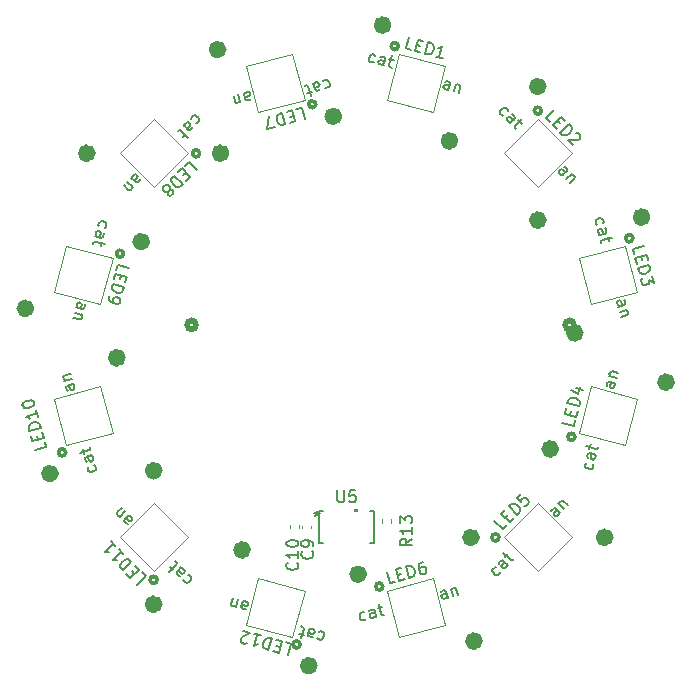
<source format=gbr>
%TF.GenerationSoftware,KiCad,Pcbnew,7.0.5*%
%TF.CreationDate,2023-06-22T13:55:38-04:00*%
%TF.ProjectId,ESP32Sensor-LED_board,45535033-3253-4656-9e73-6f722d4c4544,rev?*%
%TF.SameCoordinates,Original*%
%TF.FileFunction,Legend,Top*%
%TF.FilePolarity,Positive*%
%FSLAX46Y46*%
G04 Gerber Fmt 4.6, Leading zero omitted, Abs format (unit mm)*
G04 Created by KiCad (PCBNEW 7.0.5) date 2023-06-22 13:55:38*
%MOMM*%
%LPD*%
G01*
G04 APERTURE LIST*
%ADD10C,0.150000*%
%ADD11C,0.760000*%
%ADD12C,0.300000*%
%ADD13C,0.120000*%
%ADD14C,0.760001*%
%ADD15C,0.152400*%
%ADD16C,0.508000*%
G04 APERTURE END LIST*
D10*
%TO.C,LED1*%
X5478447Y25148651D02*
X5018482Y25271898D01*
X5018482Y25271898D02*
X5277301Y26237824D01*
X5935994Y25568339D02*
X6257970Y25482066D01*
X6260387Y24939131D02*
X5800422Y25062378D01*
X5800422Y25062378D02*
X6059241Y26028304D01*
X6059241Y26028304D02*
X6519206Y25905056D01*
X6674355Y24828208D02*
X6933174Y25794134D01*
X6933174Y25794134D02*
X7163157Y25732510D01*
X7163157Y25732510D02*
X7288822Y25649540D01*
X7288822Y25649540D02*
X7356165Y25532897D01*
X7356165Y25532897D02*
X7377512Y25428580D01*
X7377512Y25428580D02*
X7374210Y25232269D01*
X7374210Y25232269D02*
X7337235Y25094280D01*
X7337235Y25094280D02*
X7241940Y24922619D01*
X7241940Y24922619D02*
X7171294Y24842950D01*
X7171294Y24842950D02*
X7054652Y24775607D01*
X7054652Y24775607D02*
X6904338Y24766585D01*
X6904338Y24766585D02*
X6674355Y24828208D01*
X8146242Y24433817D02*
X7594285Y24581714D01*
X7870264Y24507765D02*
X8129083Y25473691D01*
X8129083Y25473691D02*
X8000116Y25360351D01*
X8000116Y25360351D02*
X7883473Y25293008D01*
X7883473Y25293008D02*
X7779156Y25271661D01*
X8623926Y21755937D02*
X8759498Y22261898D01*
X8759498Y22261898D02*
X8738151Y22366216D01*
X8738151Y22366216D02*
X8658482Y22436862D01*
X8658482Y22436862D02*
X8474497Y22486161D01*
X8474497Y22486161D02*
X8370179Y22464814D01*
X8636251Y21801934D02*
X8531933Y21780587D01*
X8531933Y21780587D02*
X8301951Y21842210D01*
X8301951Y21842210D02*
X8222282Y21912856D01*
X8222282Y21912856D02*
X8200935Y22017174D01*
X8200935Y22017174D02*
X8225585Y22109167D01*
X8225585Y22109167D02*
X8296231Y22188835D01*
X8296231Y22188835D02*
X8400548Y22210182D01*
X8400548Y22210182D02*
X8630531Y22148558D01*
X8630531Y22148558D02*
X8734848Y22169906D01*
X9256437Y22276641D02*
X9083891Y21632690D01*
X9231787Y22184648D02*
X9290108Y22218319D01*
X9290108Y22218319D02*
X9394426Y22239667D01*
X9394426Y22239667D02*
X9532415Y22202692D01*
X9532415Y22202692D02*
X9612084Y22132046D01*
X9612084Y22132046D02*
X9633431Y22027729D01*
X9633431Y22027729D02*
X9497859Y21521768D01*
X2309290Y24103654D02*
X2204972Y24082307D01*
X2204972Y24082307D02*
X2020986Y24131606D01*
X2020986Y24131606D02*
X1941318Y24202252D01*
X1941318Y24202252D02*
X1907646Y24260573D01*
X1907646Y24260573D02*
X1886299Y24364890D01*
X1886299Y24364890D02*
X1960247Y24640869D01*
X1960247Y24640869D02*
X2030893Y24720537D01*
X2030893Y24720537D02*
X2089214Y24754209D01*
X2089214Y24754209D02*
X2193532Y24775556D01*
X2193532Y24775556D02*
X2377518Y24726257D01*
X2377518Y24726257D02*
X2457186Y24655611D01*
X3124901Y23835812D02*
X3260473Y24341774D01*
X3260473Y24341774D02*
X3239126Y24446091D01*
X3239126Y24446091D02*
X3159458Y24516737D01*
X3159458Y24516737D02*
X2975472Y24566036D01*
X2975472Y24566036D02*
X2871154Y24544689D01*
X3137226Y23881809D02*
X3032908Y23860462D01*
X3032908Y23860462D02*
X2802926Y23922085D01*
X2802926Y23922085D02*
X2723258Y23992731D01*
X2723258Y23992731D02*
X2701911Y24097049D01*
X2701911Y24097049D02*
X2726560Y24189042D01*
X2726560Y24189042D02*
X2797206Y24268710D01*
X2797206Y24268710D02*
X2901524Y24290057D01*
X2901524Y24290057D02*
X3131506Y24228434D01*
X3131506Y24228434D02*
X3235824Y24249781D01*
X3619423Y24393490D02*
X3987394Y24294892D01*
X3843685Y24678491D02*
X3621840Y23850555D01*
X3621840Y23850555D02*
X3643187Y23746237D01*
X3643187Y23746237D02*
X3722856Y23675591D01*
X3722856Y23675591D02*
X3814848Y23650942D01*
%TO.C,LED12*%
X-5147682Y-24996098D02*
X-4687717Y-25119345D01*
X-4687717Y-25119345D02*
X-4946536Y-26085271D01*
X-5605229Y-25415786D02*
X-5927204Y-25329513D01*
X-5929622Y-24786578D02*
X-5469657Y-24909825D01*
X-5469657Y-24909825D02*
X-5728476Y-25875751D01*
X-5728476Y-25875751D02*
X-6188441Y-25752504D01*
X-6343590Y-24675655D02*
X-6602409Y-25641581D01*
X-6602409Y-25641581D02*
X-6832392Y-25579958D01*
X-6832392Y-25579958D02*
X-6958056Y-25496987D01*
X-6958056Y-25496987D02*
X-7025400Y-25380345D01*
X-7025400Y-25380345D02*
X-7046747Y-25276027D01*
X-7046747Y-25276027D02*
X-7043444Y-25079716D01*
X-7043444Y-25079716D02*
X-7006470Y-24941727D01*
X-7006470Y-24941727D02*
X-6911175Y-24770066D01*
X-6911175Y-24770066D02*
X-6840529Y-24690398D01*
X-6840529Y-24690398D02*
X-6723887Y-24623054D01*
X-6723887Y-24623054D02*
X-6573573Y-24614032D01*
X-6573573Y-24614032D02*
X-6343590Y-24675655D01*
X-7815477Y-24281264D02*
X-7263520Y-24429161D01*
X-7539498Y-24355213D02*
X-7798317Y-25321139D01*
X-7798317Y-25321139D02*
X-7669350Y-25207799D01*
X-7669350Y-25207799D02*
X-7552708Y-25140455D01*
X-7552708Y-25140455D02*
X-7448390Y-25119108D01*
X-8417619Y-25056600D02*
X-8475940Y-25090271D01*
X-8475940Y-25090271D02*
X-8580257Y-25111618D01*
X-8580257Y-25111618D02*
X-8810240Y-25049995D01*
X-8810240Y-25049995D02*
X-8889908Y-24979349D01*
X-8889908Y-24979349D02*
X-8923580Y-24921028D01*
X-8923580Y-24921028D02*
X-8944927Y-24816710D01*
X-8944927Y-24816710D02*
X-8920277Y-24724717D01*
X-8920277Y-24724717D02*
X-8837307Y-24599052D01*
X-8837307Y-24599052D02*
X-8137453Y-24194991D01*
X-8137453Y-24194991D02*
X-8735407Y-24034770D01*
X-8753126Y-21480137D02*
X-8888698Y-21986098D01*
X-8888698Y-21986098D02*
X-8867351Y-22090416D01*
X-8867351Y-22090416D02*
X-8787682Y-22161062D01*
X-8787682Y-22161062D02*
X-8603697Y-22210361D01*
X-8603697Y-22210361D02*
X-8499379Y-22189014D01*
X-8765451Y-21526134D02*
X-8661133Y-21504787D01*
X-8661133Y-21504787D02*
X-8431151Y-21566410D01*
X-8431151Y-21566410D02*
X-8351482Y-21637056D01*
X-8351482Y-21637056D02*
X-8330135Y-21741374D01*
X-8330135Y-21741374D02*
X-8354785Y-21833367D01*
X-8354785Y-21833367D02*
X-8425431Y-21913035D01*
X-8425431Y-21913035D02*
X-8529748Y-21934382D01*
X-8529748Y-21934382D02*
X-8759731Y-21872758D01*
X-8759731Y-21872758D02*
X-8864048Y-21894106D01*
X-9385637Y-22000841D02*
X-9213091Y-21356890D01*
X-9360987Y-21908848D02*
X-9419308Y-21942519D01*
X-9419308Y-21942519D02*
X-9523626Y-21963867D01*
X-9523626Y-21963867D02*
X-9661615Y-21926892D01*
X-9661615Y-21926892D02*
X-9741284Y-21856246D01*
X-9741284Y-21856246D02*
X-9762631Y-21751929D01*
X-9762631Y-21751929D02*
X-9627059Y-21245968D01*
X-2309290Y-24103654D02*
X-2204972Y-24082307D01*
X-2204972Y-24082307D02*
X-2020986Y-24131606D01*
X-2020986Y-24131606D02*
X-1941318Y-24202252D01*
X-1941318Y-24202252D02*
X-1907646Y-24260573D01*
X-1907646Y-24260573D02*
X-1886299Y-24364890D01*
X-1886299Y-24364890D02*
X-1960247Y-24640869D01*
X-1960247Y-24640869D02*
X-2030893Y-24720537D01*
X-2030893Y-24720537D02*
X-2089214Y-24754209D01*
X-2089214Y-24754209D02*
X-2193532Y-24775556D01*
X-2193532Y-24775556D02*
X-2377518Y-24726257D01*
X-2377518Y-24726257D02*
X-2457186Y-24655611D01*
X-3124901Y-23835812D02*
X-3260473Y-24341774D01*
X-3260473Y-24341774D02*
X-3239126Y-24446091D01*
X-3239126Y-24446091D02*
X-3159458Y-24516737D01*
X-3159458Y-24516737D02*
X-2975472Y-24566036D01*
X-2975472Y-24566036D02*
X-2871154Y-24544689D01*
X-3137226Y-23881809D02*
X-3032908Y-23860462D01*
X-3032908Y-23860462D02*
X-2802926Y-23922085D01*
X-2802926Y-23922085D02*
X-2723258Y-23992731D01*
X-2723258Y-23992731D02*
X-2701911Y-24097049D01*
X-2701911Y-24097049D02*
X-2726560Y-24189042D01*
X-2726560Y-24189042D02*
X-2797206Y-24268710D01*
X-2797206Y-24268710D02*
X-2901524Y-24290057D01*
X-2901524Y-24290057D02*
X-3131506Y-24228434D01*
X-3131506Y-24228434D02*
X-3235824Y-24249781D01*
X-3619423Y-24393490D02*
X-3987394Y-24294892D01*
X-3843685Y-24678491D02*
X-3621840Y-23850555D01*
X-3621840Y-23850555D02*
X-3643187Y-23746237D01*
X-3643187Y-23746237D02*
X-3722856Y-23675591D01*
X-3722856Y-23675591D02*
X-3814848Y-23650942D01*
%TO.C,LED10*%
X-25563800Y-8027166D02*
X-25440553Y-8487130D01*
X-25440553Y-8487130D02*
X-26406479Y-8745949D01*
X-26156034Y-7840762D02*
X-26242307Y-7518787D01*
X-25773320Y-7245225D02*
X-25650073Y-7705190D01*
X-25650073Y-7705190D02*
X-26615999Y-7964009D01*
X-26615999Y-7964009D02*
X-26739246Y-7504044D01*
X-25884243Y-6831257D02*
X-26850169Y-7090076D01*
X-26850169Y-7090076D02*
X-26911792Y-6860094D01*
X-26911792Y-6860094D02*
X-26902770Y-6709780D01*
X-26902770Y-6709780D02*
X-26835426Y-6593137D01*
X-26835426Y-6593137D02*
X-26755758Y-6522491D01*
X-26755758Y-6522491D02*
X-26584097Y-6427196D01*
X-26584097Y-6427196D02*
X-26446107Y-6390222D01*
X-26446107Y-6390222D02*
X-26249797Y-6386920D01*
X-26249797Y-6386920D02*
X-26145479Y-6408267D01*
X-26145479Y-6408267D02*
X-26028837Y-6475610D01*
X-26028837Y-6475610D02*
X-25945866Y-6601275D01*
X-25945866Y-6601275D02*
X-25884243Y-6831257D01*
X-26278634Y-5359370D02*
X-26130737Y-5911328D01*
X-26204685Y-5635349D02*
X-27170611Y-5894168D01*
X-27170611Y-5894168D02*
X-27007972Y-5949187D01*
X-27007972Y-5949187D02*
X-26891330Y-6016530D01*
X-26891330Y-6016530D02*
X-26820684Y-6096198D01*
X-27404781Y-5020235D02*
X-27429430Y-4928242D01*
X-27429430Y-4928242D02*
X-27408083Y-4823924D01*
X-27408083Y-4823924D02*
X-27374411Y-4765603D01*
X-27374411Y-4765603D02*
X-27294743Y-4694957D01*
X-27294743Y-4694957D02*
X-27123082Y-4599662D01*
X-27123082Y-4599662D02*
X-26893100Y-4538038D01*
X-26893100Y-4538038D02*
X-26696789Y-4534736D01*
X-26696789Y-4534736D02*
X-26592471Y-4556083D01*
X-26592471Y-4556083D02*
X-26534150Y-4589755D01*
X-26534150Y-4589755D02*
X-26463504Y-4669423D01*
X-26463504Y-4669423D02*
X-26438855Y-4761416D01*
X-26438855Y-4761416D02*
X-26460202Y-4865734D01*
X-26460202Y-4865734D02*
X-26493874Y-4924055D01*
X-26493874Y-4924055D02*
X-26573542Y-4994701D01*
X-26573542Y-4994701D02*
X-26745203Y-5089996D01*
X-26745203Y-5089996D02*
X-26975185Y-5151620D01*
X-26975185Y-5151620D02*
X-27171496Y-5154922D01*
X-27171496Y-5154922D02*
X-27275814Y-5133575D01*
X-27275814Y-5133575D02*
X-27334135Y-5099903D01*
X-27334135Y-5099903D02*
X-27404781Y-5020235D01*
X-23130652Y-3146560D02*
X-23636613Y-3282132D01*
X-23636613Y-3282132D02*
X-23716281Y-3352778D01*
X-23716281Y-3352778D02*
X-23737628Y-3457095D01*
X-23737628Y-3457095D02*
X-23688330Y-3641081D01*
X-23688330Y-3641081D02*
X-23617684Y-3720749D01*
X-23176648Y-3158885D02*
X-23106003Y-3238553D01*
X-23106003Y-3238553D02*
X-23044379Y-3468535D01*
X-23044379Y-3468535D02*
X-23065726Y-3572853D01*
X-23065726Y-3572853D02*
X-23145394Y-3643499D01*
X-23145394Y-3643499D02*
X-23237387Y-3668148D01*
X-23237387Y-3668148D02*
X-23341705Y-3646801D01*
X-23341705Y-3646801D02*
X-23412351Y-3567133D01*
X-23412351Y-3567133D02*
X-23473974Y-3337151D01*
X-23473974Y-3337151D02*
X-23544620Y-3257482D01*
X-23897850Y-2859141D02*
X-23253899Y-2686595D01*
X-23805857Y-2834492D02*
X-23864178Y-2800820D01*
X-23864178Y-2800820D02*
X-23934824Y-2721152D01*
X-23934824Y-2721152D02*
X-23971798Y-2583162D01*
X-23971798Y-2583162D02*
X-23950451Y-2478845D01*
X-23950451Y-2478845D02*
X-23870783Y-2408199D01*
X-23870783Y-2408199D02*
X-23364822Y-2272627D01*
X-21335927Y-10028549D02*
X-21265282Y-10108217D01*
X-21265282Y-10108217D02*
X-21215983Y-10292203D01*
X-21215983Y-10292203D02*
X-21237330Y-10396520D01*
X-21237330Y-10396520D02*
X-21271001Y-10454841D01*
X-21271001Y-10454841D02*
X-21350670Y-10525487D01*
X-21350670Y-10525487D02*
X-21626648Y-10599436D01*
X-21626648Y-10599436D02*
X-21730966Y-10578089D01*
X-21730966Y-10578089D02*
X-21789287Y-10544417D01*
X-21789287Y-10544417D02*
X-21859933Y-10464749D01*
X-21859933Y-10464749D02*
X-21909232Y-10280763D01*
X-21909232Y-10280763D02*
X-21887885Y-10176445D01*
X-21511776Y-9188287D02*
X-22017737Y-9323859D01*
X-22017737Y-9323859D02*
X-22097405Y-9394505D01*
X-22097405Y-9394505D02*
X-22118752Y-9498823D01*
X-22118752Y-9498823D02*
X-22069453Y-9682809D01*
X-22069453Y-9682809D02*
X-21998808Y-9762477D01*
X-21557772Y-9200612D02*
X-21487126Y-9280280D01*
X-21487126Y-9280280D02*
X-21425503Y-9510263D01*
X-21425503Y-9510263D02*
X-21446850Y-9614580D01*
X-21446850Y-9614580D02*
X-21526518Y-9685226D01*
X-21526518Y-9685226D02*
X-21618511Y-9709876D01*
X-21618511Y-9709876D02*
X-21722829Y-9688529D01*
X-21722829Y-9688529D02*
X-21793475Y-9608860D01*
X-21793475Y-9608860D02*
X-21855098Y-9378878D01*
X-21855098Y-9378878D02*
X-21925744Y-9299210D01*
X-22241999Y-9038858D02*
X-22340597Y-8670886D01*
X-22600949Y-8987142D02*
X-21773012Y-8765297D01*
X-21773012Y-8765297D02*
X-21693344Y-8694651D01*
X-21693344Y-8694651D02*
X-21671997Y-8590333D01*
X-21671997Y-8590333D02*
X-21696647Y-8498340D01*
%TO.C,LED8*%
X-13703158Y15359030D02*
X-13366441Y15695748D01*
X-13366441Y15695748D02*
X-12659334Y14988641D01*
X-13568471Y14752938D02*
X-13804174Y14517236D01*
X-14275578Y14786610D02*
X-13938861Y15123328D01*
X-13938861Y15123328D02*
X-13231754Y14416221D01*
X-13231754Y14416221D02*
X-13568471Y14079503D01*
X-14578624Y14483564D02*
X-13871517Y13776458D01*
X-13871517Y13776458D02*
X-14039876Y13608099D01*
X-14039876Y13608099D02*
X-14174563Y13540755D01*
X-14174563Y13540755D02*
X-14309250Y13540755D01*
X-14309250Y13540755D02*
X-14410265Y13574427D01*
X-14410265Y13574427D02*
X-14578624Y13675442D01*
X-14578624Y13675442D02*
X-14679639Y13776458D01*
X-14679639Y13776458D02*
X-14780654Y13944816D01*
X-14780654Y13944816D02*
X-14814326Y14045832D01*
X-14814326Y14045832D02*
X-14814326Y14180519D01*
X-14814326Y14180519D02*
X-14746983Y14315206D01*
X-14746983Y14315206D02*
X-14578624Y14483564D01*
X-14982685Y13271381D02*
X-14881670Y13305053D01*
X-14881670Y13305053D02*
X-14814326Y13305053D01*
X-14814326Y13305053D02*
X-14713311Y13271381D01*
X-14713311Y13271381D02*
X-14679639Y13237710D01*
X-14679639Y13237710D02*
X-14645967Y13136694D01*
X-14645967Y13136694D02*
X-14645967Y13069351D01*
X-14645967Y13069351D02*
X-14679639Y12968335D01*
X-14679639Y12968335D02*
X-14814326Y12833648D01*
X-14814326Y12833648D02*
X-14915341Y12799977D01*
X-14915341Y12799977D02*
X-14982685Y12799977D01*
X-14982685Y12799977D02*
X-15083700Y12833648D01*
X-15083700Y12833648D02*
X-15117372Y12867320D01*
X-15117372Y12867320D02*
X-15151044Y12968335D01*
X-15151044Y12968335D02*
X-15151044Y13035679D01*
X-15151044Y13035679D02*
X-15117372Y13136694D01*
X-15117372Y13136694D02*
X-14982685Y13271381D01*
X-14982685Y13271381D02*
X-14949013Y13372397D01*
X-14949013Y13372397D02*
X-14949013Y13439740D01*
X-14949013Y13439740D02*
X-14982685Y13540755D01*
X-14982685Y13540755D02*
X-15117372Y13675442D01*
X-15117372Y13675442D02*
X-15218387Y13709114D01*
X-15218387Y13709114D02*
X-15285731Y13709114D01*
X-15285731Y13709114D02*
X-15386746Y13675442D01*
X-15386746Y13675442D02*
X-15521433Y13540755D01*
X-15521433Y13540755D02*
X-15555105Y13439740D01*
X-15555105Y13439740D02*
X-15555105Y13372397D01*
X-15555105Y13372397D02*
X-15521433Y13271381D01*
X-15521433Y13271381D02*
X-15386746Y13136694D01*
X-15386746Y13136694D02*
X-15285731Y13103023D01*
X-15285731Y13103023D02*
X-15218387Y13103023D01*
X-15218387Y13103023D02*
X-15117372Y13136694D01*
X-18214073Y14331322D02*
X-17843684Y13960933D01*
X-17843684Y13960933D02*
X-17742669Y13927261D01*
X-17742669Y13927261D02*
X-17641654Y13960933D01*
X-17641654Y13960933D02*
X-17506967Y14095620D01*
X-17506967Y14095620D02*
X-17473295Y14196635D01*
X-18180402Y14297650D02*
X-18146730Y14398666D01*
X-18146730Y14398666D02*
X-17978371Y14567024D01*
X-17978371Y14567024D02*
X-17877356Y14600696D01*
X-17877356Y14600696D02*
X-17776341Y14567024D01*
X-17776341Y14567024D02*
X-17708997Y14499681D01*
X-17708997Y14499681D02*
X-17675325Y14398666D01*
X-17675325Y14398666D02*
X-17708997Y14297650D01*
X-17708997Y14297650D02*
X-17877356Y14129292D01*
X-17877356Y14129292D02*
X-17911028Y14028276D01*
X-18079386Y13523200D02*
X-18550791Y13994604D01*
X-18146730Y13590543D02*
X-18146730Y13523200D01*
X-18146730Y13523200D02*
X-18180402Y13422185D01*
X-18180402Y13422185D02*
X-18281417Y13321169D01*
X-18281417Y13321169D02*
X-18382432Y13287498D01*
X-18382432Y13287498D02*
X-18483447Y13321169D01*
X-18483447Y13321169D02*
X-18853837Y13691559D01*
X-13151459Y19326593D02*
X-13117787Y19427609D01*
X-13117787Y19427609D02*
X-12983100Y19562296D01*
X-12983100Y19562296D02*
X-12882085Y19595967D01*
X-12882085Y19595967D02*
X-12814741Y19595967D01*
X-12814741Y19595967D02*
X-12713726Y19562296D01*
X-12713726Y19562296D02*
X-12511695Y19360265D01*
X-12511695Y19360265D02*
X-12478024Y19259250D01*
X-12478024Y19259250D02*
X-12478024Y19191906D01*
X-12478024Y19191906D02*
X-12511695Y19090891D01*
X-12511695Y19090891D02*
X-12646382Y18956204D01*
X-12646382Y18956204D02*
X-12747398Y18922532D01*
X-13791222Y18754173D02*
X-13420833Y18383784D01*
X-13420833Y18383784D02*
X-13319817Y18350112D01*
X-13319817Y18350112D02*
X-13218802Y18383784D01*
X-13218802Y18383784D02*
X-13084115Y18518471D01*
X-13084115Y18518471D02*
X-13050443Y18619486D01*
X-13757550Y18720502D02*
X-13723878Y18821517D01*
X-13723878Y18821517D02*
X-13555520Y18989876D01*
X-13555520Y18989876D02*
X-13454504Y19023547D01*
X-13454504Y19023547D02*
X-13353489Y18989876D01*
X-13353489Y18989876D02*
X-13286146Y18922532D01*
X-13286146Y18922532D02*
X-13252474Y18821517D01*
X-13252474Y18821517D02*
X-13286146Y18720502D01*
X-13286146Y18720502D02*
X-13454504Y18552143D01*
X-13454504Y18552143D02*
X-13488176Y18451128D01*
X-13555520Y18047067D02*
X-13824894Y17777693D01*
X-13420833Y17710349D02*
X-14026924Y18316441D01*
X-14026924Y18316441D02*
X-14127940Y18350112D01*
X-14127940Y18350112D02*
X-14228955Y18316441D01*
X-14228955Y18316441D02*
X-14296298Y18249097D01*
%TO.C,LED3*%
X24366889Y7842880D02*
X24243642Y8302845D01*
X24243642Y8302845D02*
X25209568Y8561664D01*
X24959123Y7656477D02*
X25045397Y7334501D01*
X24576410Y7060940D02*
X24453162Y7520905D01*
X24453162Y7520905D02*
X25419088Y7779724D01*
X25419088Y7779724D02*
X25542335Y7319759D01*
X24687332Y6646972D02*
X25653258Y6905791D01*
X25653258Y6905791D02*
X25714881Y6675809D01*
X25714881Y6675809D02*
X25705859Y6525494D01*
X25705859Y6525494D02*
X25638516Y6408852D01*
X25638516Y6408852D02*
X25558847Y6338206D01*
X25558847Y6338206D02*
X25387186Y6242911D01*
X25387186Y6242911D02*
X25249197Y6205937D01*
X25249197Y6205937D02*
X25052886Y6202634D01*
X25052886Y6202634D02*
X24948569Y6223981D01*
X24948569Y6223981D02*
X24831926Y6291325D01*
X24831926Y6291325D02*
X24748956Y6416990D01*
X24748956Y6416990D02*
X24687332Y6646972D01*
X25887427Y6031858D02*
X26047649Y5433904D01*
X26047649Y5433904D02*
X25593404Y5657282D01*
X25593404Y5657282D02*
X25630378Y5519292D01*
X25630378Y5519292D02*
X25609031Y5414974D01*
X25609031Y5414974D02*
X25575359Y5356653D01*
X25575359Y5356653D02*
X25495691Y5286007D01*
X25495691Y5286007D02*
X25265709Y5224384D01*
X25265709Y5224384D02*
X25161391Y5245731D01*
X25161391Y5245731D02*
X25103070Y5279403D01*
X25103070Y5279403D02*
X25032424Y5359071D01*
X25032424Y5359071D02*
X24958476Y5635050D01*
X24958476Y5635050D02*
X24979823Y5739367D01*
X24979823Y5739367D02*
X25013495Y5797688D01*
X23001452Y3422460D02*
X23507413Y3558032D01*
X23507413Y3558032D02*
X23587081Y3628678D01*
X23587081Y3628678D02*
X23608428Y3732995D01*
X23608428Y3732995D02*
X23559130Y3916981D01*
X23559130Y3916981D02*
X23488484Y3996649D01*
X23047448Y3434785D02*
X22976803Y3514453D01*
X22976803Y3514453D02*
X22915179Y3744435D01*
X22915179Y3744435D02*
X22936526Y3848753D01*
X22936526Y3848753D02*
X23016194Y3919399D01*
X23016194Y3919399D02*
X23108187Y3944048D01*
X23108187Y3944048D02*
X23212505Y3922701D01*
X23212505Y3922701D02*
X23283151Y3843033D01*
X23283151Y3843033D02*
X23344774Y3613051D01*
X23344774Y3613051D02*
X23415420Y3533382D01*
X23768650Y3135041D02*
X23124699Y2962495D01*
X23676657Y3110392D02*
X23734978Y3076720D01*
X23734978Y3076720D02*
X23805624Y2997052D01*
X23805624Y2997052D02*
X23842598Y2859062D01*
X23842598Y2859062D02*
X23821251Y2754745D01*
X23821251Y2754745D02*
X23741583Y2684099D01*
X23741583Y2684099D02*
X23235622Y2548527D01*
X21206727Y10304449D02*
X21136082Y10384117D01*
X21136082Y10384117D02*
X21086783Y10568103D01*
X21086783Y10568103D02*
X21108130Y10672420D01*
X21108130Y10672420D02*
X21141801Y10730741D01*
X21141801Y10730741D02*
X21221470Y10801387D01*
X21221470Y10801387D02*
X21497448Y10875336D01*
X21497448Y10875336D02*
X21601766Y10853989D01*
X21601766Y10853989D02*
X21660087Y10820317D01*
X21660087Y10820317D02*
X21730733Y10740649D01*
X21730733Y10740649D02*
X21780032Y10556663D01*
X21780032Y10556663D02*
X21758685Y10452345D01*
X21382576Y9464187D02*
X21888537Y9599759D01*
X21888537Y9599759D02*
X21968205Y9670405D01*
X21968205Y9670405D02*
X21989552Y9774723D01*
X21989552Y9774723D02*
X21940253Y9958709D01*
X21940253Y9958709D02*
X21869608Y10038377D01*
X21428572Y9476512D02*
X21357926Y9556180D01*
X21357926Y9556180D02*
X21296303Y9786163D01*
X21296303Y9786163D02*
X21317650Y9890480D01*
X21317650Y9890480D02*
X21397318Y9961126D01*
X21397318Y9961126D02*
X21489311Y9985776D01*
X21489311Y9985776D02*
X21593629Y9964429D01*
X21593629Y9964429D02*
X21664275Y9884760D01*
X21664275Y9884760D02*
X21725898Y9654778D01*
X21725898Y9654778D02*
X21796544Y9575110D01*
X22112799Y9314758D02*
X22211397Y8946786D01*
X22471749Y9263042D02*
X21643812Y9041197D01*
X21643812Y9041197D02*
X21564144Y8970551D01*
X21564144Y8970551D02*
X21542797Y8866233D01*
X21542797Y8866233D02*
X21567447Y8774240D01*
%TO.C,LED6*%
X4136119Y-19863210D02*
X3676154Y-19986457D01*
X3676154Y-19986457D02*
X3417335Y-19020531D01*
X4322522Y-19270976D02*
X4644498Y-19184702D01*
X4918059Y-19653689D02*
X4458094Y-19776937D01*
X4458094Y-19776937D02*
X4199275Y-18811011D01*
X4199275Y-18811011D02*
X4659240Y-18687764D01*
X5332027Y-19542767D02*
X5073208Y-18576841D01*
X5073208Y-18576841D02*
X5303190Y-18515218D01*
X5303190Y-18515218D02*
X5453505Y-18524240D01*
X5453505Y-18524240D02*
X5570147Y-18591583D01*
X5570147Y-18591583D02*
X5640793Y-18671252D01*
X5640793Y-18671252D02*
X5736088Y-18842913D01*
X5736088Y-18842913D02*
X5773062Y-18980902D01*
X5773062Y-18980902D02*
X5776365Y-19177213D01*
X5776365Y-19177213D02*
X5755018Y-19281530D01*
X5755018Y-19281530D02*
X5687674Y-19398173D01*
X5687674Y-19398173D02*
X5562009Y-19481143D01*
X5562009Y-19481143D02*
X5332027Y-19542767D01*
X6453102Y-18207100D02*
X6269116Y-18256399D01*
X6269116Y-18256399D02*
X6189448Y-18327044D01*
X6189448Y-18327044D02*
X6155776Y-18385366D01*
X6155776Y-18385366D02*
X6100757Y-18548004D01*
X6100757Y-18548004D02*
X6104060Y-18744315D01*
X6104060Y-18744315D02*
X6202658Y-19112287D01*
X6202658Y-19112287D02*
X6273303Y-19191955D01*
X6273303Y-19191955D02*
X6331625Y-19225627D01*
X6331625Y-19225627D02*
X6435942Y-19246974D01*
X6435942Y-19246974D02*
X6619928Y-19197675D01*
X6619928Y-19197675D02*
X6699596Y-19127029D01*
X6699596Y-19127029D02*
X6733268Y-19068708D01*
X6733268Y-19068708D02*
X6754615Y-18964390D01*
X6754615Y-18964390D02*
X6692992Y-18734408D01*
X6692992Y-18734408D02*
X6622346Y-18654740D01*
X6622346Y-18654740D02*
X6564025Y-18621068D01*
X6564025Y-18621068D02*
X6459707Y-18599721D01*
X6459707Y-18599721D02*
X6275721Y-18649020D01*
X6275721Y-18649020D02*
X6196053Y-18719666D01*
X6196053Y-18719666D02*
X6162381Y-18777987D01*
X6162381Y-18777987D02*
X6141034Y-18882304D01*
X8556539Y-21228647D02*
X8420967Y-20722686D01*
X8420967Y-20722686D02*
X8350321Y-20643018D01*
X8350321Y-20643018D02*
X8246004Y-20621671D01*
X8246004Y-20621671D02*
X8062018Y-20670969D01*
X8062018Y-20670969D02*
X7982350Y-20741615D01*
X8544214Y-21182651D02*
X8464546Y-21253296D01*
X8464546Y-21253296D02*
X8234564Y-21314920D01*
X8234564Y-21314920D02*
X8130246Y-21293573D01*
X8130246Y-21293573D02*
X8059600Y-21213905D01*
X8059600Y-21213905D02*
X8034951Y-21121912D01*
X8034951Y-21121912D02*
X8056298Y-21017594D01*
X8056298Y-21017594D02*
X8135966Y-20946948D01*
X8135966Y-20946948D02*
X8365948Y-20885325D01*
X8365948Y-20885325D02*
X8445617Y-20814679D01*
X8843958Y-20461449D02*
X9016504Y-21105400D01*
X8868607Y-20553442D02*
X8902279Y-20495121D01*
X8902279Y-20495121D02*
X8981947Y-20424475D01*
X8981947Y-20424475D02*
X9119937Y-20387501D01*
X9119937Y-20387501D02*
X9224254Y-20408848D01*
X9224254Y-20408848D02*
X9294900Y-20488516D01*
X9294900Y-20488516D02*
X9430472Y-20994477D01*
X1674550Y-23023372D02*
X1594882Y-23094017D01*
X1594882Y-23094017D02*
X1410896Y-23143316D01*
X1410896Y-23143316D02*
X1306579Y-23121969D01*
X1306579Y-23121969D02*
X1248258Y-23088298D01*
X1248258Y-23088298D02*
X1177612Y-23008629D01*
X1177612Y-23008629D02*
X1103663Y-22732651D01*
X1103663Y-22732651D02*
X1125010Y-22628333D01*
X1125010Y-22628333D02*
X1158682Y-22570012D01*
X1158682Y-22570012D02*
X1238350Y-22499366D01*
X1238350Y-22499366D02*
X1422336Y-22450067D01*
X1422336Y-22450067D02*
X1526654Y-22471414D01*
X2514812Y-22847523D02*
X2379240Y-22341562D01*
X2379240Y-22341562D02*
X2308594Y-22261894D01*
X2308594Y-22261894D02*
X2204276Y-22240547D01*
X2204276Y-22240547D02*
X2020290Y-22289846D01*
X2020290Y-22289846D02*
X1940622Y-22360491D01*
X2502487Y-22801527D02*
X2422819Y-22872173D01*
X2422819Y-22872173D02*
X2192836Y-22933796D01*
X2192836Y-22933796D02*
X2088519Y-22912449D01*
X2088519Y-22912449D02*
X2017873Y-22832781D01*
X2017873Y-22832781D02*
X1993223Y-22740788D01*
X1993223Y-22740788D02*
X2014570Y-22636470D01*
X2014570Y-22636470D02*
X2094239Y-22565824D01*
X2094239Y-22565824D02*
X2324221Y-22504201D01*
X2324221Y-22504201D02*
X2403889Y-22433555D01*
X2664241Y-22117300D02*
X3032213Y-22018702D01*
X2715957Y-21758350D02*
X2937802Y-22586287D01*
X2937802Y-22586287D02*
X3008448Y-22665955D01*
X3008448Y-22665955D02*
X3112766Y-22687302D01*
X3112766Y-22687302D02*
X3204759Y-22662652D01*
%TO.C,LED9*%
X-19486448Y6500552D02*
X-19363201Y6960517D01*
X-19363201Y6960517D02*
X-18397275Y6701698D01*
X-19066760Y6043005D02*
X-19153033Y5721029D01*
X-19695968Y5718612D02*
X-19572721Y6178577D01*
X-19572721Y6178577D02*
X-18606795Y5919758D01*
X-18606795Y5919758D02*
X-18730043Y5459793D01*
X-19806891Y5304644D02*
X-18840965Y5045825D01*
X-18840965Y5045825D02*
X-18902589Y4815842D01*
X-18902589Y4815842D02*
X-18985559Y4690177D01*
X-18985559Y4690177D02*
X-19102202Y4622834D01*
X-19102202Y4622834D02*
X-19206519Y4601487D01*
X-19206519Y4601487D02*
X-19402830Y4604789D01*
X-19402830Y4604789D02*
X-19540819Y4641764D01*
X-19540819Y4641764D02*
X-19712480Y4737059D01*
X-19712480Y4737059D02*
X-19792149Y4807705D01*
X-19792149Y4807705D02*
X-19859492Y4924347D01*
X-19859492Y4924347D02*
X-19868514Y5074661D01*
X-19868514Y5074661D02*
X-19806891Y5304644D01*
X-20078035Y4292721D02*
X-20127334Y4108735D01*
X-20127334Y4108735D02*
X-20105987Y4004418D01*
X-20105987Y4004418D02*
X-20072315Y3946097D01*
X-20072315Y3946097D02*
X-19958975Y3817129D01*
X-19958975Y3817129D02*
X-19787314Y3721834D01*
X-19787314Y3721834D02*
X-19419342Y3623236D01*
X-19419342Y3623236D02*
X-19315024Y3644583D01*
X-19315024Y3644583D02*
X-19256703Y3678255D01*
X-19256703Y3678255D02*
X-19186057Y3757923D01*
X-19186057Y3757923D02*
X-19136758Y3941909D01*
X-19136758Y3941909D02*
X-19158105Y4046227D01*
X-19158105Y4046227D02*
X-19191777Y4104548D01*
X-19191777Y4104548D02*
X-19271445Y4175194D01*
X-19271445Y4175194D02*
X-19501428Y4236818D01*
X-19501428Y4236818D02*
X-19605745Y4215471D01*
X-19605745Y4215471D02*
X-19664066Y4181799D01*
X-19664066Y4181799D02*
X-19734712Y4102131D01*
X-19734712Y4102131D02*
X-19784011Y3918145D01*
X-19784011Y3918145D02*
X-19762664Y3813827D01*
X-19762664Y3813827D02*
X-19728992Y3755506D01*
X-19728992Y3755506D02*
X-19649324Y3684860D01*
X-22879162Y3355073D02*
X-22373201Y3219501D01*
X-22373201Y3219501D02*
X-22268883Y3240848D01*
X-22268883Y3240848D02*
X-22198237Y3320517D01*
X-22198237Y3320517D02*
X-22148938Y3504502D01*
X-22148938Y3504502D02*
X-22170285Y3608820D01*
X-22833165Y3342748D02*
X-22854512Y3447066D01*
X-22854512Y3447066D02*
X-22792889Y3677048D01*
X-22792889Y3677048D02*
X-22722243Y3756717D01*
X-22722243Y3756717D02*
X-22617925Y3778064D01*
X-22617925Y3778064D02*
X-22525932Y3753414D01*
X-22525932Y3753414D02*
X-22446264Y3682768D01*
X-22446264Y3682768D02*
X-22424917Y3578451D01*
X-22424917Y3578451D02*
X-22486541Y3348468D01*
X-22486541Y3348468D02*
X-22465193Y3244151D01*
X-22358458Y2722562D02*
X-23002409Y2895108D01*
X-22450451Y2747212D02*
X-22416780Y2688891D01*
X-22416780Y2688891D02*
X-22395432Y2584573D01*
X-22395432Y2584573D02*
X-22432407Y2446584D01*
X-22432407Y2446584D02*
X-22503053Y2366915D01*
X-22503053Y2366915D02*
X-22607370Y2345568D01*
X-22607370Y2345568D02*
X-23113331Y2481140D01*
X-20992444Y10212412D02*
X-21013791Y10316730D01*
X-21013791Y10316730D02*
X-20964492Y10500716D01*
X-20964492Y10500716D02*
X-20893846Y10580384D01*
X-20893846Y10580384D02*
X-20835525Y10614056D01*
X-20835525Y10614056D02*
X-20731208Y10635403D01*
X-20731208Y10635403D02*
X-20455229Y10561455D01*
X-20455229Y10561455D02*
X-20375561Y10490809D01*
X-20375561Y10490809D02*
X-20341889Y10432488D01*
X-20341889Y10432488D02*
X-20320542Y10328170D01*
X-20320542Y10328170D02*
X-20369841Y10144184D01*
X-20369841Y10144184D02*
X-20440487Y10064516D01*
X-21260286Y9396801D02*
X-20754324Y9261229D01*
X-20754324Y9261229D02*
X-20650007Y9282576D01*
X-20650007Y9282576D02*
X-20579361Y9362244D01*
X-20579361Y9362244D02*
X-20530062Y9546230D01*
X-20530062Y9546230D02*
X-20551409Y9650548D01*
X-21214289Y9384476D02*
X-21235636Y9488794D01*
X-21235636Y9488794D02*
X-21174013Y9718776D01*
X-21174013Y9718776D02*
X-21103367Y9798444D01*
X-21103367Y9798444D02*
X-20999049Y9819791D01*
X-20999049Y9819791D02*
X-20907056Y9795142D01*
X-20907056Y9795142D02*
X-20827388Y9724496D01*
X-20827388Y9724496D02*
X-20806041Y9620178D01*
X-20806041Y9620178D02*
X-20867664Y9390196D01*
X-20867664Y9390196D02*
X-20846317Y9285878D01*
X-20702608Y8902279D02*
X-20801206Y8534308D01*
X-20417607Y8678017D02*
X-21245543Y8899862D01*
X-21245543Y8899862D02*
X-21349861Y8878515D01*
X-21349861Y8878515D02*
X-21420507Y8798846D01*
X-21420507Y8798846D02*
X-21445156Y8706854D01*
%TO.C,LED5*%
X13573958Y-15083130D02*
X13237241Y-15419848D01*
X13237241Y-15419848D02*
X12530134Y-14712741D01*
X13439271Y-14477038D02*
X13674974Y-14241336D01*
X14146378Y-14510710D02*
X13809661Y-14847428D01*
X13809661Y-14847428D02*
X13102554Y-14140321D01*
X13102554Y-14140321D02*
X13439271Y-13803603D01*
X14449424Y-14207664D02*
X13742317Y-13500558D01*
X13742317Y-13500558D02*
X13910676Y-13332199D01*
X13910676Y-13332199D02*
X14045363Y-13264855D01*
X14045363Y-13264855D02*
X14180050Y-13264855D01*
X14180050Y-13264855D02*
X14281065Y-13298527D01*
X14281065Y-13298527D02*
X14449424Y-13399542D01*
X14449424Y-13399542D02*
X14550439Y-13500558D01*
X14550439Y-13500558D02*
X14651454Y-13668916D01*
X14651454Y-13668916D02*
X14685126Y-13769932D01*
X14685126Y-13769932D02*
X14685126Y-13904619D01*
X14685126Y-13904619D02*
X14617783Y-14039306D01*
X14617783Y-14039306D02*
X14449424Y-14207664D01*
X14786141Y-12456733D02*
X14449424Y-12793451D01*
X14449424Y-12793451D02*
X14752470Y-13163840D01*
X14752470Y-13163840D02*
X14752470Y-13096497D01*
X14752470Y-13096497D02*
X14786141Y-12995481D01*
X14786141Y-12995481D02*
X14954500Y-12827123D01*
X14954500Y-12827123D02*
X15055515Y-12793451D01*
X15055515Y-12793451D02*
X15122859Y-12793451D01*
X15122859Y-12793451D02*
X15223874Y-12827123D01*
X15223874Y-12827123D02*
X15392233Y-12995481D01*
X15392233Y-12995481D02*
X15425905Y-13096497D01*
X15425905Y-13096497D02*
X15425905Y-13163840D01*
X15425905Y-13163840D02*
X15392233Y-13264855D01*
X15392233Y-13264855D02*
X15223874Y-13433214D01*
X15223874Y-13433214D02*
X15122859Y-13466886D01*
X15122859Y-13466886D02*
X15055515Y-13466886D01*
X18084873Y-14055422D02*
X17714484Y-13685033D01*
X17714484Y-13685033D02*
X17613469Y-13651361D01*
X17613469Y-13651361D02*
X17512454Y-13685033D01*
X17512454Y-13685033D02*
X17377767Y-13819720D01*
X17377767Y-13819720D02*
X17344095Y-13920735D01*
X18051202Y-14021750D02*
X18017530Y-14122766D01*
X18017530Y-14122766D02*
X17849171Y-14291124D01*
X17849171Y-14291124D02*
X17748156Y-14324796D01*
X17748156Y-14324796D02*
X17647141Y-14291124D01*
X17647141Y-14291124D02*
X17579797Y-14223781D01*
X17579797Y-14223781D02*
X17546125Y-14122766D01*
X17546125Y-14122766D02*
X17579797Y-14021750D01*
X17579797Y-14021750D02*
X17748156Y-13853392D01*
X17748156Y-13853392D02*
X17781828Y-13752376D01*
X17950186Y-13247300D02*
X18421591Y-13718704D01*
X18017530Y-13314643D02*
X18017530Y-13247300D01*
X18017530Y-13247300D02*
X18051202Y-13146285D01*
X18051202Y-13146285D02*
X18152217Y-13045269D01*
X18152217Y-13045269D02*
X18253232Y-13011598D01*
X18253232Y-13011598D02*
X18354247Y-13045269D01*
X18354247Y-13045269D02*
X18724637Y-13415659D01*
X13022259Y-19050693D02*
X12988587Y-19151709D01*
X12988587Y-19151709D02*
X12853900Y-19286396D01*
X12853900Y-19286396D02*
X12752885Y-19320067D01*
X12752885Y-19320067D02*
X12685541Y-19320067D01*
X12685541Y-19320067D02*
X12584526Y-19286396D01*
X12584526Y-19286396D02*
X12382495Y-19084365D01*
X12382495Y-19084365D02*
X12348824Y-18983350D01*
X12348824Y-18983350D02*
X12348824Y-18916006D01*
X12348824Y-18916006D02*
X12382495Y-18814991D01*
X12382495Y-18814991D02*
X12517182Y-18680304D01*
X12517182Y-18680304D02*
X12618198Y-18646632D01*
X13662022Y-18478273D02*
X13291633Y-18107884D01*
X13291633Y-18107884D02*
X13190617Y-18074212D01*
X13190617Y-18074212D02*
X13089602Y-18107884D01*
X13089602Y-18107884D02*
X12954915Y-18242571D01*
X12954915Y-18242571D02*
X12921243Y-18343586D01*
X13628350Y-18444602D02*
X13594678Y-18545617D01*
X13594678Y-18545617D02*
X13426320Y-18713976D01*
X13426320Y-18713976D02*
X13325304Y-18747647D01*
X13325304Y-18747647D02*
X13224289Y-18713976D01*
X13224289Y-18713976D02*
X13156946Y-18646632D01*
X13156946Y-18646632D02*
X13123274Y-18545617D01*
X13123274Y-18545617D02*
X13156946Y-18444602D01*
X13156946Y-18444602D02*
X13325304Y-18276243D01*
X13325304Y-18276243D02*
X13358976Y-18175228D01*
X13426320Y-17771167D02*
X13695694Y-17501793D01*
X13291633Y-17434449D02*
X13897724Y-18040541D01*
X13897724Y-18040541D02*
X13998740Y-18074212D01*
X13998740Y-18074212D02*
X14099755Y-18040541D01*
X14099755Y-18040541D02*
X14167098Y-17973197D01*
%TO.C,LED4*%
X19357248Y-6224652D02*
X19234001Y-6684617D01*
X19234001Y-6684617D02*
X18268075Y-6425798D01*
X18937560Y-5767105D02*
X19023833Y-5445129D01*
X19566768Y-5442712D02*
X19443521Y-5902677D01*
X19443521Y-5902677D02*
X18477595Y-5643858D01*
X18477595Y-5643858D02*
X18600843Y-5183893D01*
X19677691Y-5028744D02*
X18711765Y-4769925D01*
X18711765Y-4769925D02*
X18773389Y-4539942D01*
X18773389Y-4539942D02*
X18856359Y-4414277D01*
X18856359Y-4414277D02*
X18973002Y-4346934D01*
X18973002Y-4346934D02*
X19077319Y-4325587D01*
X19077319Y-4325587D02*
X19273630Y-4328889D01*
X19273630Y-4328889D02*
X19411619Y-4365864D01*
X19411619Y-4365864D02*
X19583280Y-4461159D01*
X19583280Y-4461159D02*
X19662949Y-4531805D01*
X19662949Y-4531805D02*
X19730292Y-4648447D01*
X19730292Y-4648447D02*
X19739314Y-4798761D01*
X19739314Y-4798761D02*
X19677691Y-5028744D01*
X19403482Y-3476303D02*
X20047432Y-3648850D01*
X18973887Y-3607688D02*
X19602210Y-4022541D01*
X19602210Y-4022541D02*
X19762431Y-3424587D01*
X22749962Y-3079173D02*
X22244001Y-2943601D01*
X22244001Y-2943601D02*
X22139683Y-2964948D01*
X22139683Y-2964948D02*
X22069037Y-3044617D01*
X22069037Y-3044617D02*
X22019738Y-3228602D01*
X22019738Y-3228602D02*
X22041085Y-3332920D01*
X22703965Y-3066848D02*
X22725312Y-3171166D01*
X22725312Y-3171166D02*
X22663689Y-3401148D01*
X22663689Y-3401148D02*
X22593043Y-3480817D01*
X22593043Y-3480817D02*
X22488725Y-3502164D01*
X22488725Y-3502164D02*
X22396732Y-3477514D01*
X22396732Y-3477514D02*
X22317064Y-3406868D01*
X22317064Y-3406868D02*
X22295717Y-3302551D01*
X22295717Y-3302551D02*
X22357341Y-3072568D01*
X22357341Y-3072568D02*
X22335993Y-2968251D01*
X22229258Y-2446662D02*
X22873209Y-2619208D01*
X22321251Y-2471312D02*
X22287580Y-2412991D01*
X22287580Y-2412991D02*
X22266232Y-2308673D01*
X22266232Y-2308673D02*
X22303207Y-2170684D01*
X22303207Y-2170684D02*
X22373853Y-2091015D01*
X22373853Y-2091015D02*
X22478170Y-2069668D01*
X22478170Y-2069668D02*
X22984131Y-2205240D01*
X20863244Y-9936512D02*
X20884591Y-10040830D01*
X20884591Y-10040830D02*
X20835292Y-10224816D01*
X20835292Y-10224816D02*
X20764646Y-10304484D01*
X20764646Y-10304484D02*
X20706325Y-10338156D01*
X20706325Y-10338156D02*
X20602008Y-10359503D01*
X20602008Y-10359503D02*
X20326029Y-10285555D01*
X20326029Y-10285555D02*
X20246361Y-10214909D01*
X20246361Y-10214909D02*
X20212689Y-10156588D01*
X20212689Y-10156588D02*
X20191342Y-10052270D01*
X20191342Y-10052270D02*
X20240641Y-9868284D01*
X20240641Y-9868284D02*
X20311287Y-9788616D01*
X21131086Y-9120901D02*
X20625124Y-8985329D01*
X20625124Y-8985329D02*
X20520807Y-9006676D01*
X20520807Y-9006676D02*
X20450161Y-9086344D01*
X20450161Y-9086344D02*
X20400862Y-9270330D01*
X20400862Y-9270330D02*
X20422209Y-9374648D01*
X21085089Y-9108576D02*
X21106436Y-9212894D01*
X21106436Y-9212894D02*
X21044813Y-9442876D01*
X21044813Y-9442876D02*
X20974167Y-9522544D01*
X20974167Y-9522544D02*
X20869849Y-9543891D01*
X20869849Y-9543891D02*
X20777856Y-9519242D01*
X20777856Y-9519242D02*
X20698188Y-9448596D01*
X20698188Y-9448596D02*
X20676841Y-9344278D01*
X20676841Y-9344278D02*
X20738464Y-9114296D01*
X20738464Y-9114296D02*
X20717117Y-9009978D01*
X20573408Y-8626379D02*
X20672006Y-8258408D01*
X20288407Y-8402117D02*
X21116343Y-8623962D01*
X21116343Y-8623962D02*
X21220661Y-8602615D01*
X21220661Y-8602615D02*
X21291307Y-8522946D01*
X21291307Y-8522946D02*
X21315956Y-8430954D01*
%TO.C,LED7*%
X-4265319Y20139010D02*
X-3805354Y20262257D01*
X-3805354Y20262257D02*
X-3546535Y19296331D01*
X-4451722Y19546776D02*
X-4773698Y19460502D01*
X-5047259Y19929489D02*
X-4587294Y20052737D01*
X-4587294Y20052737D02*
X-4328475Y19086811D01*
X-4328475Y19086811D02*
X-4788440Y18963564D01*
X-5461227Y19818567D02*
X-5202408Y18852641D01*
X-5202408Y18852641D02*
X-5432390Y18791018D01*
X-5432390Y18791018D02*
X-5582705Y18800040D01*
X-5582705Y18800040D02*
X-5699347Y18867383D01*
X-5699347Y18867383D02*
X-5769993Y18947052D01*
X-5769993Y18947052D02*
X-5865288Y19118713D01*
X-5865288Y19118713D02*
X-5902262Y19256702D01*
X-5902262Y19256702D02*
X-5905565Y19453013D01*
X-5905565Y19453013D02*
X-5884218Y19557330D01*
X-5884218Y19557330D02*
X-5816874Y19673973D01*
X-5816874Y19673973D02*
X-5691209Y19756943D01*
X-5691209Y19756943D02*
X-5461227Y19818567D01*
X-6076341Y18618472D02*
X-6720291Y18445926D01*
X-6720291Y18445926D02*
X-6565142Y19522774D01*
X-8685739Y21504447D02*
X-8550167Y20998486D01*
X-8550167Y20998486D02*
X-8479521Y20918818D01*
X-8479521Y20918818D02*
X-8375204Y20897471D01*
X-8375204Y20897471D02*
X-8191218Y20946769D01*
X-8191218Y20946769D02*
X-8111550Y21017415D01*
X-8673414Y21458451D02*
X-8593746Y21529096D01*
X-8593746Y21529096D02*
X-8363764Y21590720D01*
X-8363764Y21590720D02*
X-8259446Y21569373D01*
X-8259446Y21569373D02*
X-8188800Y21489705D01*
X-8188800Y21489705D02*
X-8164151Y21397712D01*
X-8164151Y21397712D02*
X-8185498Y21293394D01*
X-8185498Y21293394D02*
X-8265166Y21222748D01*
X-8265166Y21222748D02*
X-8495148Y21161125D01*
X-8495148Y21161125D02*
X-8574817Y21090479D01*
X-8973158Y20737249D02*
X-9145704Y21381200D01*
X-8997807Y20829242D02*
X-9031479Y20770921D01*
X-9031479Y20770921D02*
X-9111147Y20700275D01*
X-9111147Y20700275D02*
X-9249137Y20663301D01*
X-9249137Y20663301D02*
X-9353454Y20684648D01*
X-9353454Y20684648D02*
X-9424100Y20764316D01*
X-9424100Y20764316D02*
X-9559672Y21270277D01*
X-1963253Y22490171D02*
X-1883585Y22560816D01*
X-1883585Y22560816D02*
X-1699599Y22610115D01*
X-1699599Y22610115D02*
X-1595282Y22588768D01*
X-1595282Y22588768D02*
X-1536961Y22555097D01*
X-1536961Y22555097D02*
X-1466315Y22475428D01*
X-1466315Y22475428D02*
X-1392366Y22199450D01*
X-1392366Y22199450D02*
X-1413713Y22095132D01*
X-1413713Y22095132D02*
X-1447385Y22036811D01*
X-1447385Y22036811D02*
X-1527053Y21966165D01*
X-1527053Y21966165D02*
X-1711039Y21916866D01*
X-1711039Y21916866D02*
X-1815357Y21938213D01*
X-2803515Y22314322D02*
X-2667943Y21808361D01*
X-2667943Y21808361D02*
X-2597297Y21728693D01*
X-2597297Y21728693D02*
X-2492979Y21707346D01*
X-2492979Y21707346D02*
X-2308993Y21756645D01*
X-2308993Y21756645D02*
X-2229325Y21827290D01*
X-2791190Y22268326D02*
X-2711522Y22338972D01*
X-2711522Y22338972D02*
X-2481539Y22400595D01*
X-2481539Y22400595D02*
X-2377222Y22379248D01*
X-2377222Y22379248D02*
X-2306576Y22299580D01*
X-2306576Y22299580D02*
X-2281926Y22207587D01*
X-2281926Y22207587D02*
X-2303273Y22103269D01*
X-2303273Y22103269D02*
X-2382942Y22032623D01*
X-2382942Y22032623D02*
X-2612924Y21971000D01*
X-2612924Y21971000D02*
X-2692592Y21900354D01*
X-2952944Y21584099D02*
X-3320916Y21485501D01*
X-3004660Y21225149D02*
X-3226505Y22053086D01*
X-3226505Y22053086D02*
X-3297151Y22132754D01*
X-3297151Y22132754D02*
X-3401469Y22154101D01*
X-3401469Y22154101D02*
X-3493462Y22129451D01*
%TO.C,LED11*%
X-17346390Y-19087159D02*
X-17009673Y-19423876D01*
X-17009673Y-19423876D02*
X-17716779Y-20130983D01*
X-17952482Y-19221846D02*
X-18188184Y-18986143D01*
X-17918810Y-18514739D02*
X-17582092Y-18851456D01*
X-17582092Y-18851456D02*
X-18289199Y-19558563D01*
X-18289199Y-19558563D02*
X-18625917Y-19221846D01*
X-18221856Y-18211693D02*
X-18928963Y-18918800D01*
X-18928963Y-18918800D02*
X-19097321Y-18750441D01*
X-19097321Y-18750441D02*
X-19164665Y-18615754D01*
X-19164665Y-18615754D02*
X-19164665Y-18481067D01*
X-19164665Y-18481067D02*
X-19130993Y-18380052D01*
X-19130993Y-18380052D02*
X-19029978Y-18211693D01*
X-19029978Y-18211693D02*
X-18928963Y-18110678D01*
X-18928963Y-18110678D02*
X-18760604Y-18009662D01*
X-18760604Y-18009662D02*
X-18659589Y-17975991D01*
X-18659589Y-17975991D02*
X-18524902Y-17975991D01*
X-18524902Y-17975991D02*
X-18390215Y-18043334D01*
X-18390215Y-18043334D02*
X-18221856Y-18211693D01*
X-19299352Y-17134197D02*
X-18895291Y-17538258D01*
X-19097321Y-17336227D02*
X-19804428Y-18043334D01*
X-19804428Y-18043334D02*
X-19636069Y-18009662D01*
X-19636069Y-18009662D02*
X-19501382Y-18009662D01*
X-19501382Y-18009662D02*
X-19400367Y-18043334D01*
X-19972787Y-16460762D02*
X-19568726Y-16864823D01*
X-19770756Y-16662792D02*
X-20477863Y-17369899D01*
X-20477863Y-17369899D02*
X-20309504Y-17336227D01*
X-20309504Y-17336227D02*
X-20174817Y-17336227D01*
X-20174817Y-17336227D02*
X-20073802Y-17369899D01*
X-18398077Y-14239526D02*
X-18768466Y-14609915D01*
X-18768466Y-14609915D02*
X-18802138Y-14710930D01*
X-18802138Y-14710930D02*
X-18768466Y-14811945D01*
X-18768466Y-14811945D02*
X-18633779Y-14946632D01*
X-18633779Y-14946632D02*
X-18532764Y-14980304D01*
X-18431749Y-14273197D02*
X-18330733Y-14306869D01*
X-18330733Y-14306869D02*
X-18162375Y-14475228D01*
X-18162375Y-14475228D02*
X-18128703Y-14576243D01*
X-18128703Y-14576243D02*
X-18162375Y-14677258D01*
X-18162375Y-14677258D02*
X-18229718Y-14744602D01*
X-18229718Y-14744602D02*
X-18330733Y-14778274D01*
X-18330733Y-14778274D02*
X-18431749Y-14744602D01*
X-18431749Y-14744602D02*
X-18600107Y-14576243D01*
X-18600107Y-14576243D02*
X-18701123Y-14542571D01*
X-19206199Y-14374213D02*
X-18734795Y-13902808D01*
X-19138856Y-14306869D02*
X-19206199Y-14306869D01*
X-19206199Y-14306869D02*
X-19307214Y-14273197D01*
X-19307214Y-14273197D02*
X-19408230Y-14172182D01*
X-19408230Y-14172182D02*
X-19441901Y-14071167D01*
X-19441901Y-14071167D02*
X-19408230Y-13970152D01*
X-19408230Y-13970152D02*
X-19037840Y-13599762D01*
X-13402806Y-19302140D02*
X-13301790Y-19335812D01*
X-13301790Y-19335812D02*
X-13167103Y-19470499D01*
X-13167103Y-19470499D02*
X-13133432Y-19571514D01*
X-13133432Y-19571514D02*
X-13133432Y-19638858D01*
X-13133432Y-19638858D02*
X-13167103Y-19739873D01*
X-13167103Y-19739873D02*
X-13369134Y-19941904D01*
X-13369134Y-19941904D02*
X-13470149Y-19975575D01*
X-13470149Y-19975575D02*
X-13537493Y-19975575D01*
X-13537493Y-19975575D02*
X-13638508Y-19941904D01*
X-13638508Y-19941904D02*
X-13773195Y-19807217D01*
X-13773195Y-19807217D02*
X-13806867Y-19706201D01*
X-13975226Y-18662377D02*
X-14345615Y-19032766D01*
X-14345615Y-19032766D02*
X-14379287Y-19133782D01*
X-14379287Y-19133782D02*
X-14345615Y-19234797D01*
X-14345615Y-19234797D02*
X-14210928Y-19369484D01*
X-14210928Y-19369484D02*
X-14109913Y-19403156D01*
X-14008897Y-18696049D02*
X-13907882Y-18729721D01*
X-13907882Y-18729721D02*
X-13739523Y-18898079D01*
X-13739523Y-18898079D02*
X-13705852Y-18999095D01*
X-13705852Y-18999095D02*
X-13739523Y-19100110D01*
X-13739523Y-19100110D02*
X-13806867Y-19167453D01*
X-13806867Y-19167453D02*
X-13907882Y-19201125D01*
X-13907882Y-19201125D02*
X-14008897Y-19167453D01*
X-14008897Y-19167453D02*
X-14177256Y-18999095D01*
X-14177256Y-18999095D02*
X-14278271Y-18965423D01*
X-14682332Y-18898079D02*
X-14951706Y-18628705D01*
X-15019050Y-19032766D02*
X-14412958Y-18426675D01*
X-14412958Y-18426675D02*
X-14379287Y-18325659D01*
X-14379287Y-18325659D02*
X-14412958Y-18224644D01*
X-14412958Y-18224644D02*
X-14480302Y-18157301D01*
%TO.C,LED2*%
X17241269Y19026341D02*
X16904551Y19363058D01*
X16904551Y19363058D02*
X17611658Y20070165D01*
X17847361Y19161028D02*
X18083063Y18925325D01*
X17813689Y18453921D02*
X17476971Y18790638D01*
X17476971Y18790638D02*
X18184078Y19497745D01*
X18184078Y19497745D02*
X18520796Y19161028D01*
X18116735Y18150875D02*
X18823841Y18857982D01*
X18823841Y18857982D02*
X18992200Y18689623D01*
X18992200Y18689623D02*
X19059544Y18554936D01*
X19059544Y18554936D02*
X19059544Y18420249D01*
X19059544Y18420249D02*
X19025872Y18319234D01*
X19025872Y18319234D02*
X18924857Y18150875D01*
X18924857Y18150875D02*
X18823841Y18049860D01*
X18823841Y18049860D02*
X18655483Y17948845D01*
X18655483Y17948845D02*
X18554467Y17915173D01*
X18554467Y17915173D02*
X18419780Y17915173D01*
X18419780Y17915173D02*
X18285093Y17982516D01*
X18285093Y17982516D02*
X18116735Y18150875D01*
X19429933Y18117203D02*
X19497276Y18117203D01*
X19497276Y18117203D02*
X19598292Y18083532D01*
X19598292Y18083532D02*
X19766651Y17915173D01*
X19766651Y17915173D02*
X19800322Y17814158D01*
X19800322Y17814158D02*
X19800322Y17746814D01*
X19800322Y17746814D02*
X19766651Y17645799D01*
X19766651Y17645799D02*
X19699307Y17578455D01*
X19699307Y17578455D02*
X19564620Y17511112D01*
X19564620Y17511112D02*
X18756498Y17511112D01*
X18756498Y17511112D02*
X19194231Y17073379D01*
X18268977Y14515426D02*
X18639366Y14885815D01*
X18639366Y14885815D02*
X18673038Y14986830D01*
X18673038Y14986830D02*
X18639366Y15087845D01*
X18639366Y15087845D02*
X18504679Y15222532D01*
X18504679Y15222532D02*
X18403664Y15256204D01*
X18302649Y14549097D02*
X18201633Y14582769D01*
X18201633Y14582769D02*
X18033275Y14751128D01*
X18033275Y14751128D02*
X17999603Y14852143D01*
X17999603Y14852143D02*
X18033275Y14953158D01*
X18033275Y14953158D02*
X18100618Y15020502D01*
X18100618Y15020502D02*
X18201633Y15054174D01*
X18201633Y15054174D02*
X18302649Y15020502D01*
X18302649Y15020502D02*
X18471007Y14852143D01*
X18471007Y14852143D02*
X18572023Y14818471D01*
X19077099Y14650113D02*
X18605695Y14178708D01*
X19009756Y14582769D02*
X19077099Y14582769D01*
X19077099Y14582769D02*
X19178114Y14549097D01*
X19178114Y14549097D02*
X19279130Y14448082D01*
X19279130Y14448082D02*
X19312801Y14347067D01*
X19312801Y14347067D02*
X19279130Y14246052D01*
X19279130Y14246052D02*
X18908740Y13875662D01*
X13273706Y19578040D02*
X13172690Y19611712D01*
X13172690Y19611712D02*
X13038003Y19746399D01*
X13038003Y19746399D02*
X13004332Y19847414D01*
X13004332Y19847414D02*
X13004332Y19914758D01*
X13004332Y19914758D02*
X13038003Y20015773D01*
X13038003Y20015773D02*
X13240034Y20217804D01*
X13240034Y20217804D02*
X13341049Y20251475D01*
X13341049Y20251475D02*
X13408393Y20251475D01*
X13408393Y20251475D02*
X13509408Y20217804D01*
X13509408Y20217804D02*
X13644095Y20083117D01*
X13644095Y20083117D02*
X13677767Y19982101D01*
X13846126Y18938277D02*
X14216515Y19308666D01*
X14216515Y19308666D02*
X14250187Y19409682D01*
X14250187Y19409682D02*
X14216515Y19510697D01*
X14216515Y19510697D02*
X14081828Y19645384D01*
X14081828Y19645384D02*
X13980813Y19679056D01*
X13879797Y18971949D02*
X13778782Y19005621D01*
X13778782Y19005621D02*
X13610423Y19173979D01*
X13610423Y19173979D02*
X13576752Y19274995D01*
X13576752Y19274995D02*
X13610423Y19376010D01*
X13610423Y19376010D02*
X13677767Y19443353D01*
X13677767Y19443353D02*
X13778782Y19477025D01*
X13778782Y19477025D02*
X13879797Y19443353D01*
X13879797Y19443353D02*
X14048156Y19274995D01*
X14048156Y19274995D02*
X14149171Y19241323D01*
X14553232Y19173979D02*
X14822606Y18904605D01*
X14889950Y19308666D02*
X14283858Y18702575D01*
X14283858Y18702575D02*
X14250187Y18601559D01*
X14250187Y18601559D02*
X14283858Y18500544D01*
X14283858Y18500544D02*
X14351202Y18433201D01*
%TO.C,C9*%
X-2904419Y-17311666D02*
X-2856800Y-17359285D01*
X-2856800Y-17359285D02*
X-2809180Y-17502142D01*
X-2809180Y-17502142D02*
X-2809180Y-17597380D01*
X-2809180Y-17597380D02*
X-2856800Y-17740237D01*
X-2856800Y-17740237D02*
X-2952038Y-17835475D01*
X-2952038Y-17835475D02*
X-3047276Y-17883094D01*
X-3047276Y-17883094D02*
X-3237752Y-17930713D01*
X-3237752Y-17930713D02*
X-3380609Y-17930713D01*
X-3380609Y-17930713D02*
X-3571085Y-17883094D01*
X-3571085Y-17883094D02*
X-3666323Y-17835475D01*
X-3666323Y-17835475D02*
X-3761561Y-17740237D01*
X-3761561Y-17740237D02*
X-3809180Y-17597380D01*
X-3809180Y-17597380D02*
X-3809180Y-17502142D01*
X-3809180Y-17502142D02*
X-3761561Y-17359285D01*
X-3761561Y-17359285D02*
X-3713942Y-17311666D01*
X-2809180Y-16835475D02*
X-2809180Y-16644999D01*
X-2809180Y-16644999D02*
X-2856800Y-16549761D01*
X-2856800Y-16549761D02*
X-2904419Y-16502142D01*
X-2904419Y-16502142D02*
X-3047276Y-16406904D01*
X-3047276Y-16406904D02*
X-3237752Y-16359285D01*
X-3237752Y-16359285D02*
X-3618704Y-16359285D01*
X-3618704Y-16359285D02*
X-3713942Y-16406904D01*
X-3713942Y-16406904D02*
X-3761561Y-16454523D01*
X-3761561Y-16454523D02*
X-3809180Y-16549761D01*
X-3809180Y-16549761D02*
X-3809180Y-16740237D01*
X-3809180Y-16740237D02*
X-3761561Y-16835475D01*
X-3761561Y-16835475D02*
X-3713942Y-16883094D01*
X-3713942Y-16883094D02*
X-3618704Y-16930713D01*
X-3618704Y-16930713D02*
X-3380609Y-16930713D01*
X-3380609Y-16930713D02*
X-3285371Y-16883094D01*
X-3285371Y-16883094D02*
X-3237752Y-16835475D01*
X-3237752Y-16835475D02*
X-3190133Y-16740237D01*
X-3190133Y-16740237D02*
X-3190133Y-16549761D01*
X-3190133Y-16549761D02*
X-3237752Y-16454523D01*
X-3237752Y-16454523D02*
X-3285371Y-16406904D01*
X-3285371Y-16406904D02*
X-3380609Y-16359285D01*
%TO.C,C10*%
X-4174419Y-18267857D02*
X-4126800Y-18315476D01*
X-4126800Y-18315476D02*
X-4079180Y-18458333D01*
X-4079180Y-18458333D02*
X-4079180Y-18553571D01*
X-4079180Y-18553571D02*
X-4126800Y-18696428D01*
X-4126800Y-18696428D02*
X-4222038Y-18791666D01*
X-4222038Y-18791666D02*
X-4317276Y-18839285D01*
X-4317276Y-18839285D02*
X-4507752Y-18886904D01*
X-4507752Y-18886904D02*
X-4650609Y-18886904D01*
X-4650609Y-18886904D02*
X-4841085Y-18839285D01*
X-4841085Y-18839285D02*
X-4936323Y-18791666D01*
X-4936323Y-18791666D02*
X-5031561Y-18696428D01*
X-5031561Y-18696428D02*
X-5079180Y-18553571D01*
X-5079180Y-18553571D02*
X-5079180Y-18458333D01*
X-5079180Y-18458333D02*
X-5031561Y-18315476D01*
X-5031561Y-18315476D02*
X-4983942Y-18267857D01*
X-4079180Y-17315476D02*
X-4079180Y-17886904D01*
X-4079180Y-17601190D02*
X-5079180Y-17601190D01*
X-5079180Y-17601190D02*
X-4936323Y-17696428D01*
X-4936323Y-17696428D02*
X-4841085Y-17791666D01*
X-4841085Y-17791666D02*
X-4793466Y-17886904D01*
X-5079180Y-16696428D02*
X-5079180Y-16601190D01*
X-5079180Y-16601190D02*
X-5031561Y-16505952D01*
X-5031561Y-16505952D02*
X-4983942Y-16458333D01*
X-4983942Y-16458333D02*
X-4888704Y-16410714D01*
X-4888704Y-16410714D02*
X-4698228Y-16363095D01*
X-4698228Y-16363095D02*
X-4460133Y-16363095D01*
X-4460133Y-16363095D02*
X-4269657Y-16410714D01*
X-4269657Y-16410714D02*
X-4174419Y-16458333D01*
X-4174419Y-16458333D02*
X-4126800Y-16505952D01*
X-4126800Y-16505952D02*
X-4079180Y-16601190D01*
X-4079180Y-16601190D02*
X-4079180Y-16696428D01*
X-4079180Y-16696428D02*
X-4126800Y-16791666D01*
X-4126800Y-16791666D02*
X-4174419Y-16839285D01*
X-4174419Y-16839285D02*
X-4269657Y-16886904D01*
X-4269657Y-16886904D02*
X-4460133Y-16934523D01*
X-4460133Y-16934523D02*
X-4698228Y-16934523D01*
X-4698228Y-16934523D02*
X-4888704Y-16886904D01*
X-4888704Y-16886904D02*
X-4983942Y-16839285D01*
X-4983942Y-16839285D02*
X-5031561Y-16791666D01*
X-5031561Y-16791666D02*
X-5079180Y-16696428D01*
%TO.C,R13*%
X5534819Y-16225857D02*
X5058628Y-16559190D01*
X5534819Y-16797285D02*
X4534819Y-16797285D01*
X4534819Y-16797285D02*
X4534819Y-16416333D01*
X4534819Y-16416333D02*
X4582438Y-16321095D01*
X4582438Y-16321095D02*
X4630057Y-16273476D01*
X4630057Y-16273476D02*
X4725295Y-16225857D01*
X4725295Y-16225857D02*
X4868152Y-16225857D01*
X4868152Y-16225857D02*
X4963390Y-16273476D01*
X4963390Y-16273476D02*
X5011009Y-16321095D01*
X5011009Y-16321095D02*
X5058628Y-16416333D01*
X5058628Y-16416333D02*
X5058628Y-16797285D01*
X5534819Y-15273476D02*
X5534819Y-15844904D01*
X5534819Y-15559190D02*
X4534819Y-15559190D01*
X4534819Y-15559190D02*
X4677676Y-15654428D01*
X4677676Y-15654428D02*
X4772914Y-15749666D01*
X4772914Y-15749666D02*
X4820533Y-15844904D01*
X4534819Y-14940142D02*
X4534819Y-14321095D01*
X4534819Y-14321095D02*
X4915771Y-14654428D01*
X4915771Y-14654428D02*
X4915771Y-14511571D01*
X4915771Y-14511571D02*
X4963390Y-14416333D01*
X4963390Y-14416333D02*
X5011009Y-14368714D01*
X5011009Y-14368714D02*
X5106247Y-14321095D01*
X5106247Y-14321095D02*
X5344342Y-14321095D01*
X5344342Y-14321095D02*
X5439580Y-14368714D01*
X5439580Y-14368714D02*
X5487200Y-14416333D01*
X5487200Y-14416333D02*
X5534819Y-14511571D01*
X5534819Y-14511571D02*
X5534819Y-14797285D01*
X5534819Y-14797285D02*
X5487200Y-14892523D01*
X5487200Y-14892523D02*
X5439580Y-14940142D01*
%TO.C,U5*%
X-761904Y-12154819D02*
X-761904Y-12964342D01*
X-761904Y-12964342D02*
X-714285Y-13059580D01*
X-714285Y-13059580D02*
X-666666Y-13107200D01*
X-666666Y-13107200D02*
X-571428Y-13154819D01*
X-571428Y-13154819D02*
X-380952Y-13154819D01*
X-380952Y-13154819D02*
X-285714Y-13107200D01*
X-285714Y-13107200D02*
X-238095Y-13059580D01*
X-238095Y-13059580D02*
X-190476Y-12964342D01*
X-190476Y-12964342D02*
X-190476Y-12154819D01*
X761904Y-12154819D02*
X285714Y-12154819D01*
X285714Y-12154819D02*
X238095Y-12631009D01*
X238095Y-12631009D02*
X285714Y-12583390D01*
X285714Y-12583390D02*
X380952Y-12535771D01*
X380952Y-12535771D02*
X619047Y-12535771D01*
X619047Y-12535771D02*
X714285Y-12583390D01*
X714285Y-12583390D02*
X761904Y-12631009D01*
X761904Y-12631009D02*
X809523Y-12726247D01*
X809523Y-12726247D02*
X809523Y-12964342D01*
X809523Y-12964342D02*
X761904Y-13059580D01*
X761904Y-13059580D02*
X714285Y-13107200D01*
X714285Y-13107200D02*
X619047Y-13154819D01*
X619047Y-13154819D02*
X380952Y-13154819D01*
X380952Y-13154819D02*
X285714Y-13107200D01*
X285714Y-13107200D02*
X238095Y-13059580D01*
X-2485000Y-13894819D02*
X-2485000Y-14132914D01*
X-2723095Y-14037676D02*
X-2485000Y-14132914D01*
X-2485000Y-14132914D02*
X-2246905Y-14037676D01*
X-2627857Y-14323390D02*
X-2485000Y-14132914D01*
X-2485000Y-14132914D02*
X-2342143Y-14323390D01*
X-2485000Y-13894819D02*
X-2485000Y-14132914D01*
X-2723095Y-14037676D02*
X-2485000Y-14132914D01*
X-2485000Y-14132914D02*
X-2246905Y-14037676D01*
X-2627857Y-14323390D02*
X-2485000Y-14132914D01*
X-2485000Y-14132914D02*
X-2342143Y-14323390D01*
%TO.C,LED1*%
D11*
X9096627Y17455221D02*
G75*
G03*
X9096627Y17455221I-380000J0D01*
G01*
D12*
X4392149Y25465052D02*
G75*
G03*
X4392149Y25465052I-300000J0D01*
G01*
D11*
X3439773Y27253179D02*
G75*
G03*
X3439773Y27253179I-380000J0D01*
G01*
D13*
X7325041Y19865518D02*
X8376882Y23791041D01*
X8376882Y23791041D02*
X4451359Y24842882D01*
X3399518Y20917359D02*
X7325041Y19865518D01*
X4451359Y24842882D02*
X3399518Y20917359D01*
%TO.C,LED12*%
D11*
X-8465827Y-17179421D02*
G75*
G03*
X-8465827Y-17179421I-380000J0D01*
G01*
D12*
X-3921349Y-25189252D02*
G75*
G03*
X-3921349Y-25189252I-300000J0D01*
G01*
D11*
X-2808973Y-26977379D02*
G75*
G03*
X-2808973Y-26977379I-380000J0D01*
G01*
D13*
X-7454241Y-19589718D02*
X-8506082Y-23515241D01*
X-8506082Y-23515241D02*
X-4580559Y-24567082D01*
X-3528718Y-20641559D02*
X-7454241Y-19589718D01*
X-4580559Y-24567082D02*
X-3528718Y-20641559D01*
%TO.C,LED10*%
D14*
X-19072473Y-915921D02*
G75*
G03*
X-19072473Y-915921I-380000J0D01*
G01*
D12*
X-23776951Y-8925752D02*
G75*
G03*
X-23776951Y-8925752I-300000J0D01*
G01*
D11*
X-24729327Y-10713879D02*
G75*
G03*
X-24729327Y-10713879I-380000J0D01*
G01*
D13*
X-20844059Y-3326218D02*
X-24769582Y-4378059D01*
X-24769582Y-4378059D02*
X-23717741Y-8303582D01*
X-19792218Y-7251741D02*
X-20844059Y-3326218D01*
X-23717741Y-8303582D02*
X-19792218Y-7251741D01*
%TO.C,LED8*%
D11*
X-21604954Y16401400D02*
G75*
G03*
X-21604954Y16401400I-380000J0D01*
G01*
D12*
X-12435998Y16401400D02*
G75*
G03*
X-12435998Y16401400I-300000J0D01*
G01*
D11*
X-10291246Y16401400D02*
G75*
G03*
X-10291246Y16401400I-380000J0D01*
G01*
D13*
X-19201782Y16401400D02*
X-16328100Y13527718D01*
X-16328100Y13527718D02*
X-13454418Y16401400D01*
X-16328100Y19275082D02*
X-19201782Y16401400D01*
X-13454418Y16401400D02*
X-16328100Y19275082D01*
%TO.C,LED3*%
D14*
X19703273Y1191821D02*
G75*
G03*
X19703273Y1191821I-380000J0D01*
G01*
D12*
X24247751Y9201652D02*
G75*
G03*
X24247751Y9201652I-300000J0D01*
G01*
D11*
X25360127Y10989779D02*
G75*
G03*
X25360127Y10989779I-380000J0D01*
G01*
D13*
X20714859Y3602118D02*
X24640382Y4653959D01*
X24640382Y4653959D02*
X23588541Y8579482D01*
X19663018Y7527641D02*
X20714859Y3602118D01*
X23588541Y8579482D02*
X19663018Y7527641D01*
%TO.C,LED6*%
D14*
X11167179Y-24906827D02*
G75*
G03*
X11167179Y-24906827I-380000J0D01*
G01*
D12*
X3077348Y-20282349D02*
G75*
G03*
X3077348Y-20282349I-300000J0D01*
G01*
D11*
X1369221Y-19249973D02*
G75*
G03*
X1369221Y-19249973I-380000J0D01*
G01*
D13*
X8376882Y-23515241D02*
X7325041Y-19589718D01*
X7325041Y-19589718D02*
X3399518Y-20641559D01*
X4451359Y-24567082D02*
X8376882Y-23515241D01*
X3399518Y-20641559D02*
X4451359Y-24567082D01*
%TO.C,LED9*%
D11*
X-26799879Y3262373D02*
G75*
G03*
X-26799879Y3262373I-380000J0D01*
G01*
D12*
X-18870048Y7886851D02*
G75*
G03*
X-18870048Y7886851I-300000J0D01*
G01*
D11*
X-17001921Y8919227D02*
G75*
G03*
X-17001921Y8919227I-380000J0D01*
G01*
D13*
X-24769582Y4653959D02*
X-20844059Y3602118D01*
X-20844059Y3602118D02*
X-19792218Y7527641D01*
X-23717741Y8579482D02*
X-24769582Y4653959D01*
X-19792218Y7527641D02*
X-23717741Y8579482D01*
%TO.C,LED5*%
D11*
X22235754Y-16125500D02*
G75*
G03*
X22235754Y-16125500I-380000J0D01*
G01*
D12*
X12906798Y-16125500D02*
G75*
G03*
X12906798Y-16125500I-300000J0D01*
G01*
D11*
X10922046Y-16125500D02*
G75*
G03*
X10922046Y-16125500I-380000J0D01*
G01*
D13*
X19072582Y-16125500D02*
X16198900Y-13251818D01*
X16198900Y-13251818D02*
X13325218Y-16125500D01*
X16198900Y-18999182D02*
X19072582Y-16125500D01*
X13325218Y-16125500D02*
X16198900Y-18999182D01*
%TO.C,LED4*%
D11*
X27430679Y-2986473D02*
G75*
G03*
X27430679Y-2986473I-380000J0D01*
G01*
D12*
X19340848Y-7610951D02*
G75*
G03*
X19340848Y-7610951I-300000J0D01*
G01*
D11*
X17632721Y-8643327D02*
G75*
G03*
X17632721Y-8643327I-380000J0D01*
G01*
D13*
X24640382Y-4378059D02*
X20714859Y-3326218D01*
X20714859Y-3326218D02*
X19663018Y-7251741D01*
X23588541Y-8303582D02*
X24640382Y-4378059D01*
X19663018Y-7251741D02*
X23588541Y-8303582D01*
%TO.C,LED7*%
D14*
X-10536379Y25182627D02*
G75*
G03*
X-10536379Y25182627I-380000J0D01*
G01*
D12*
X-2606548Y20558149D02*
G75*
G03*
X-2606548Y20558149I-300000J0D01*
G01*
D11*
X-738421Y19525773D02*
G75*
G03*
X-738421Y19525773I-380000J0D01*
G01*
D13*
X-8506082Y23791041D02*
X-7454241Y19865518D01*
X-7454241Y19865518D02*
X-3528718Y20917359D01*
X-4580559Y24842882D02*
X-8506082Y23791041D01*
X-3528718Y20917359D02*
X-4580559Y24842882D01*
%TO.C,LED11*%
D11*
X-15948000Y-10468646D02*
G75*
G03*
X-15948000Y-10468646I-380000J0D01*
G01*
D12*
X-16028000Y-19717602D02*
G75*
G03*
X-16028000Y-19717602I-300000J0D01*
G01*
D11*
X-15948000Y-21782354D02*
G75*
G03*
X-15948000Y-21782354I-380000J0D01*
G01*
D13*
X-16328000Y-13251818D02*
X-19201682Y-16125500D01*
X-19201682Y-16125500D02*
X-16328000Y-18999182D01*
X-13454318Y-16125500D02*
X-16328000Y-13251818D01*
X-16328000Y-18999182D02*
X-13454318Y-16125500D01*
%TO.C,LED2*%
D11*
X16578900Y10744546D02*
G75*
G03*
X16578900Y10744546I-380000J0D01*
G01*
D12*
X16498900Y19993502D02*
G75*
G03*
X16498900Y19993502I-300000J0D01*
G01*
D11*
X16578900Y22058254D02*
G75*
G03*
X16578900Y22058254I-380000J0D01*
G01*
D13*
X16198900Y13527718D02*
X19072582Y16401400D01*
X19072582Y16401400D02*
X16198900Y19275082D01*
X13325218Y16401400D02*
X16198900Y13527718D01*
X16198900Y19275082D02*
X13325218Y16401400D01*
%TO.C,C9*%
X-3031000Y-15347836D02*
X-3031000Y-15132164D01*
X-3751000Y-15347836D02*
X-3751000Y-15132164D01*
%TO.C,C10*%
X-4047000Y-15319836D02*
X-4047000Y-15104164D01*
X-4767000Y-15319836D02*
X-4767000Y-15104164D01*
%TO.C,R13*%
X3809000Y-14885641D02*
X3809000Y-14578359D01*
X3049000Y-14885641D02*
X3049000Y-14578359D01*
%TO.C,U5*%
G36*
X990501Y-13936000D02*
G01*
X609501Y-13936000D01*
X609501Y-13682000D01*
X990501Y-13682000D01*
X990501Y-13936000D01*
G37*
D15*
X2349500Y-16586200D02*
X2349500Y-13893800D01*
X2349500Y-13893800D02*
X2001598Y-13893800D01*
X2001598Y-16586200D02*
X2349500Y-16586200D01*
X-2001598Y-13893800D02*
X-2349500Y-13893800D01*
X-2349500Y-16586200D02*
X-2001598Y-16586200D01*
X-2349500Y-13893800D02*
X-2349500Y-16586200D01*
D16*
%TO.C,J1*%
X19263900Y1866900D02*
G75*
G03*
X19263900Y1866900I-381000J0D01*
G01*
%TO.C,J2*%
X-12736100Y1866900D02*
G75*
G03*
X-12736100Y1866900I-381000J0D01*
G01*
%TD*%
M02*

</source>
